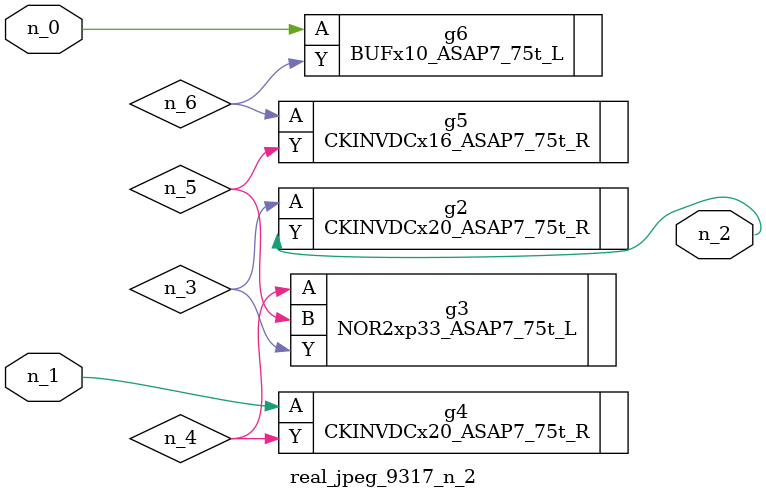
<source format=v>
module real_jpeg_9317_n_2 (n_1, n_0, n_2);

input n_1;
input n_0;

output n_2;

wire n_5;
wire n_4;
wire n_6;
wire n_3;

BUFx10_ASAP7_75t_L g6 ( 
.A(n_0),
.Y(n_6)
);

CKINVDCx20_ASAP7_75t_R g4 ( 
.A(n_1),
.Y(n_4)
);

CKINVDCx20_ASAP7_75t_R g2 ( 
.A(n_3),
.Y(n_2)
);

NOR2xp33_ASAP7_75t_L g3 ( 
.A(n_4),
.B(n_5),
.Y(n_3)
);

CKINVDCx16_ASAP7_75t_R g5 ( 
.A(n_6),
.Y(n_5)
);


endmodule
</source>
